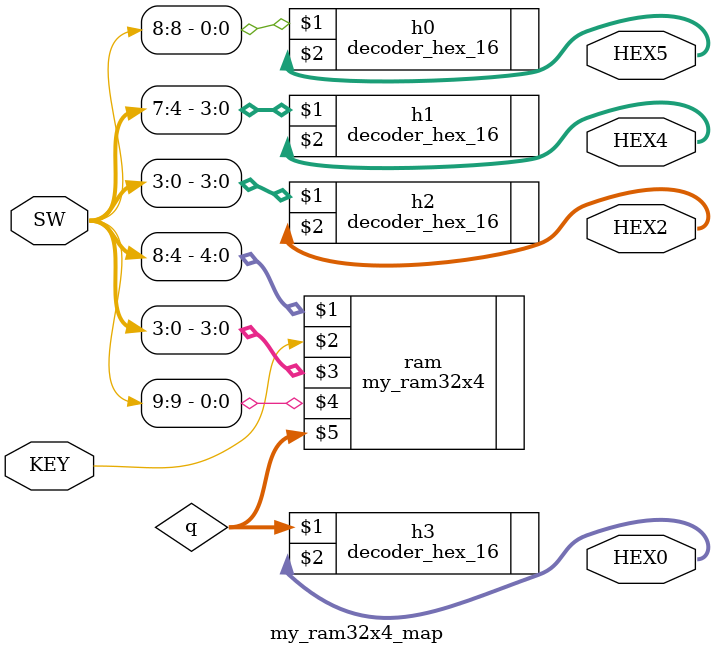
<source format=v>
module my_ram32x4_map(
	input [9:0] SW,
	input [0:0] KEY,
	output [0:6] HEX0,
	output [0:6] HEX2,
	output [0:6] HEX4,
	output [0:6] HEX5);
	
	wire [3:0] q;
	my_ram32x4 ram(SW[8:4], KEY[0], SW[3:0], SW[9], q);
	
	decoder_hex_16 h0(SW[8], HEX5);
	decoder_hex_16 h1(SW[7:4], HEX4);
	
	decoder_hex_16 h2(SW[3:0], HEX2);
	
	decoder_hex_16 h3(q, HEX0);
		
endmodule

</source>
